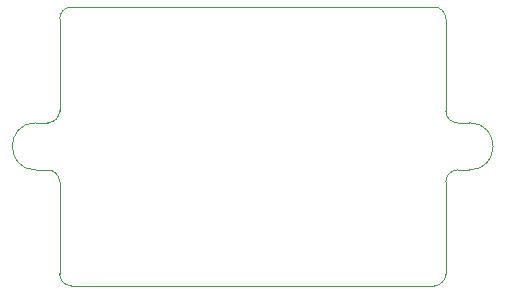
<source format=gbr>
%TF.GenerationSoftware,KiCad,Pcbnew,8.0.0*%
%TF.CreationDate,2024-09-22T13:18:54-04:00*%
%TF.ProjectId,MiniCarrierBoard,4d696e69-4361-4727-9269-6572426f6172,rev?*%
%TF.SameCoordinates,Original*%
%TF.FileFunction,Profile,NP*%
%FSLAX46Y46*%
G04 Gerber Fmt 4.6, Leading zero omitted, Abs format (unit mm)*
G04 Created by KiCad (PCBNEW 8.0.0) date 2024-09-22 13:18:54*
%MOMM*%
%LPD*%
G01*
G04 APERTURE LIST*
%TA.AperFunction,Profile*%
%ADD10C,0.050000*%
%TD*%
G04 APERTURE END LIST*
D10*
X117600000Y-88800000D02*
G75*
G02*
X118600000Y-89800000I0J-1000000D01*
G01*
X86900000Y-88800000D02*
X117600000Y-88800000D01*
X85900000Y-97600000D02*
X85900000Y-89800000D01*
X84900000Y-102600000D02*
G75*
G02*
X85900000Y-103600000I0J-1000000D01*
G01*
X83900000Y-102600000D02*
G75*
G02*
X83900000Y-98600000I0J2000000D01*
G01*
X86900000Y-112400000D02*
G75*
G02*
X85900000Y-111400000I0J1000000D01*
G01*
X118600000Y-97600000D02*
X118600000Y-89800000D01*
X118600000Y-103600000D02*
X118600000Y-111400000D01*
X85900000Y-97600000D02*
G75*
G02*
X84900000Y-98600000I-1000000J0D01*
G01*
X118600000Y-111400000D02*
G75*
G02*
X117600000Y-112400000I-1000000J0D01*
G01*
X120600000Y-98600000D02*
G75*
G02*
X120600000Y-102600000I0J-2000000D01*
G01*
X120600000Y-102600000D02*
X119600000Y-102600000D01*
X118600000Y-103600000D02*
G75*
G02*
X119600000Y-102600000I1000000J0D01*
G01*
X117600000Y-112400000D02*
X86900000Y-112400000D01*
X83900000Y-102600000D02*
X84900000Y-102600000D01*
X85900000Y-89800000D02*
G75*
G02*
X86900000Y-88800000I1000000J0D01*
G01*
X120600000Y-98600000D02*
X119600000Y-98600000D01*
X119600000Y-98600000D02*
G75*
G02*
X118600000Y-97600000I0J1000000D01*
G01*
X85900000Y-103600000D02*
X85900000Y-111400000D01*
X83900000Y-98600000D02*
X84900000Y-98600000D01*
M02*

</source>
